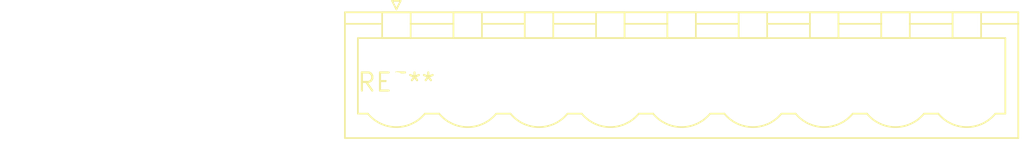
<source format=kicad_pcb>
(kicad_pcb (version 20240108) (generator pcbnew)
  (layers (0 "F.Cu" signal) (31 "B.Cu" signal) (34 "B.Paste" user) (35 "F.Paste" user) (36 "B.SilkS" user "B.Silkscreen") (37 "F.SilkS" user "F.Silkscreen") (38 "B.Mask" user) (39 "F.Mask" user) (44 "Edge.Cuts" user))
  (net 0 "")
  (footprint "PhoenixContact_MSTBVA_2,5_9-G_1x09_P5.00mm_Vertical" (layer "F.Cu") (at 0 0)
    (property "Reference" "REF**")
    (property "Value" "PhoenixContact_MSTBVA_2,5_9-G_1x09_P5.00mm_Vertical")
    (fp_line (start -3.61 -4.91) (end -3.61 3.91) (layer "F.SilkS") (stroke (width 0.12)))
    (fp_line (start -3.61 -4.1) (end -1.11 -4.1) (layer "F.SilkS") (stroke (width 0.12)))
    (fp_line (start -3.61 3.91) (end 43.61 3.91) (layer "F.SilkS") (stroke (width 0.12)))
    (fp_line (start -2.7 -3.1) (end 42.7 -3.1) (layer "F.SilkS") (stroke (width 0.12)))
    (fp_line (start -2.7 2.2) (end -2.7 -3.1) (layer "F.SilkS") (stroke (width 0.12)))
    (fp_line (start -2 2.2) (end -2.7 2.2) (layer "F.SilkS") (stroke (width 0.12)))
    (fp_line (start -1 -4.91) (end 1 -4.91) (layer "F.SilkS") (stroke (width 0.12)))
    (fp_line (start -1 -3.1) (end -1 -4.91) (layer "F.SilkS") (stroke (width 0.12)))
    (fp_line (start -0.3 -5.71) (end 0.3 -5.71) (layer "F.SilkS") (stroke (width 0.12)))
    (fp_line (start 0 -5.11) (end -0.3 -5.71) (layer "F.SilkS") (stroke (width 0.12)))
    (fp_line (start 0.3 -5.71) (end 0 -5.11) (layer "F.SilkS") (stroke (width 0.12)))
    (fp_line (start 1 -4.91) (end 1 -3.1) (layer "F.SilkS") (stroke (width 0.12)))
    (fp_line (start 1 -4.1) (end 4 -4.1) (layer "F.SilkS") (stroke (width 0.12)))
    (fp_line (start 1 -3.1) (end -1 -3.1) (layer "F.SilkS") (stroke (width 0.12)))
    (fp_line (start 2 2.2) (end 3 2.2) (layer "F.SilkS") (stroke (width 0.12)))
    (fp_line (start 4 -4.91) (end 6 -4.91) (layer "F.SilkS") (stroke (width 0.12)))
    (fp_line (start 4 -3.1) (end 4 -4.91) (layer "F.SilkS") (stroke (width 0.12)))
    (fp_line (start 6 -4.91) (end 6 -3.1) (layer "F.SilkS") (stroke (width 0.12)))
    (fp_line (start 6 -4.1) (end 9 -4.1) (layer "F.SilkS") (stroke (width 0.12)))
    (fp_line (start 6 -3.1) (end 4 -3.1) (layer "F.SilkS") (stroke (width 0.12)))
    (fp_line (start 7 2.2) (end 8 2.2) (layer "F.SilkS") (stroke (width 0.12)))
    (fp_line (start 9 -4.91) (end 11 -4.91) (layer "F.SilkS") (stroke (width 0.12)))
    (fp_line (start 9 -3.1) (end 9 -4.91) (layer "F.SilkS") (stroke (width 0.12)))
    (fp_line (start 11 -4.91) (end 11 -3.1) (layer "F.SilkS") (stroke (width 0.12)))
    (fp_line (start 11 -4.1) (end 14 -4.1) (layer "F.SilkS") (stroke (width 0.12)))
    (fp_line (start 11 -3.1) (end 9 -3.1) (layer "F.SilkS") (stroke (width 0.12)))
    (fp_line (start 12 2.2) (end 13 2.2) (layer "F.SilkS") (stroke (width 0.12)))
    (fp_line (start 14 -4.91) (end 16 -4.91) (layer "F.SilkS") (stroke (width 0.12)))
    (fp_line (start 14 -3.1) (end 14 -4.91) (layer "F.SilkS") (stroke (width 0.12)))
    (fp_line (start 16 -4.91) (end 16 -3.1) (layer "F.SilkS") (stroke (width 0.12)))
    (fp_line (start 16 -4.1) (end 19 -4.1) (layer "F.SilkS") (stroke (width 0.12)))
    (fp_line (start 16 -3.1) (end 14 -3.1) (layer "F.SilkS") (stroke (width 0.12)))
    (fp_line (start 17 2.2) (end 18 2.2) (layer "F.SilkS") (stroke (width 0.12)))
    (fp_line (start 19 -4.91) (end 21 -4.91) (layer "F.SilkS") (stroke (width 0.12)))
    (fp_line (start 19 -3.1) (end 19 -4.91) (layer "F.SilkS") (stroke (width 0.12)))
    (fp_line (start 21 -4.91) (end 21 -3.1) (layer "F.SilkS") (stroke (width 0.12)))
    (fp_line (start 21 -4.1) (end 24 -4.1) (layer "F.SilkS") (stroke (width 0.12)))
    (fp_line (start 21 -3.1) (end 19 -3.1) (layer "F.SilkS") (stroke (width 0.12)))
    (fp_line (start 22 2.2) (end 23 2.2) (layer "F.SilkS") (stroke (width 0.12)))
    (fp_line (start 24 -4.91) (end 26 -4.91) (layer "F.SilkS") (stroke (width 0.12)))
    (fp_line (start 24 -3.1) (end 24 -4.91) (layer "F.SilkS") (stroke (width 0.12)))
    (fp_line (start 26 -4.91) (end 26 -3.1) (layer "F.SilkS") (stroke (width 0.12)))
    (fp_line (start 26 -4.1) (end 29 -4.1) (layer "F.SilkS") (stroke (width 0.12)))
    (fp_line (start 26 -3.1) (end 24 -3.1) (layer "F.SilkS") (stroke (width 0.12)))
    (fp_line (start 27 2.2) (end 28 2.2) (layer "F.SilkS") (stroke (width 0.12)))
    (fp_line (start 29 -4.91) (end 31 -4.91) (layer "F.SilkS") (stroke (width 0.12)))
    (fp_line (start 29 -3.1) (end 29 -4.91) (layer "F.SilkS") (stroke (width 0.12)))
    (fp_line (start 31 -4.91) (end 31 -3.1) (layer "F.SilkS") (stroke (width 0.12)))
    (fp_line (start 31 -4.1) (end 34 -4.1) (layer "F.SilkS") (stroke (width 0.12)))
    (fp_line (start 31 -3.1) (end 29 -3.1) (layer "F.SilkS") (stroke (width 0.12)))
    (fp_line (start 32 2.2) (end 33 2.2) (layer "F.SilkS") (stroke (width 0.12)))
    (fp_line (start 34 -4.91) (end 36 -4.91) (layer "F.SilkS") (stroke (width 0.12)))
    (fp_line (start 34 -3.1) (end 34 -4.91) (layer "F.SilkS") (stroke (width 0.12)))
    (fp_line (start 36 -4.91) (end 36 -3.1) (layer "F.SilkS") (stroke (width 0.12)))
    (fp_line (start 36 -4.1) (end 39 -4.1) (layer "F.SilkS") (stroke (width 0.12)))
    (fp_line (start 36 -3.1) (end 34 -3.1) (layer "F.SilkS") (stroke (width 0.12)))
    (fp_line (start 37 2.2) (end 38 2.2) (layer "F.SilkS") (stroke (width 0.12)))
    (fp_line (start 39 -4.91) (end 41 -4.91) (layer "F.SilkS") (stroke (width 0.12)))
    (fp_line (start 39 -3.1) (end 39 -4.91) (layer "F.SilkS") (stroke (width 0.12)))
    (fp_line (start 41 -4.91) (end 41 -3.1) (layer "F.SilkS") (stroke (width 0.12)))
    (fp_line (start 41 -3.1) (end 39 -3.1) (layer "F.SilkS") (stroke (width 0.12)))
    (fp_line (start 42.7 -3.1) (end 42.7 2.2) (layer "F.SilkS") (stroke (width 0.12)))
    (fp_line (start 42.7 2.2) (end 42 2.2) (layer "F.SilkS") (stroke (width 0.12)))
    (fp_line (start 43.61 -4.91) (end -3.61 -4.91) (layer "F.SilkS") (stroke (width 0.12)))
    (fp_line (start 43.61 -4.1) (end 41.11 -4.1) (layer "F.SilkS") (stroke (width 0.12)))
    (fp_line (start 43.61 3.91) (end 43.61 -4.91) (layer "F.SilkS") (stroke (width 0.12)))
    (fp_arc (start 1.986842 2.215821) (mid -0.010289 3.142758) (end -2 2.2) (layer "F.SilkS") (stroke (width 0.12)))
    (fp_arc (start 6.986842 2.215821) (mid 4.989711 3.142758) (end 3 2.2) (layer "F.SilkS") (stroke (width 0.12)))
    (fp_arc (start 11.986842 2.215821) (mid 9.989711 3.142758) (end 8 2.2) (layer "F.SilkS") (stroke (width 0.12)))
    (fp_arc (start 16.986842 2.215821) (mid 14.989711 3.142758) (end 13 2.2) (layer "F.SilkS") (stroke (width 0.12)))
    (fp_arc (start 21.986842 2.215821) (mid 19.989711 3.142758) (end 18 2.2) (layer "F.SilkS") (stroke (width 0.12)))
    (fp_arc (start 26.986842 2.215821) (mid 24.989711 3.142758) (end 23 2.2) (layer "F.SilkS") (stroke (width 0.12)))
    (fp_arc (start 31.986842 2.215821) (mid 29.989711 3.142758) (end 28 2.2) (layer "F.SilkS") (stroke (width 0.12)))
    (fp_arc (start 36.986842 2.215821) (mid 34.989711 3.142758) (end 33 2.2) (layer "F.SilkS") (stroke (width 0.12)))
    (fp_arc (start 41.986842 2.215821) (mid 39.989711 3.142758) (end 38 2.2) (layer "F.SilkS") (stroke (width 0.12)))
    (pad "1" thru_hole roundrect (at 0 0) (size 2 3.6) (drill 1.4) (layers *.Cu *.Mask) (remove_unused_layers) (roundrect_rratio 0.125))
    (pad "2" thru_hole oval (at 5 0) (size 2 3.6) (drill 1.4) (layers *.Cu *.Mask) (remove_unused_layers))
    (pad "3" thru_hole oval (at 10 0) (size 2 3.6) (drill 1.4) (layers *.Cu *.Mask) (remove_unused_layers))
    (pad "4" thru_hole oval (at 15 0) (size 2 3.6) (drill 1.4) (layers *.Cu *.Mask) (remove_unused_layers))
    (pad "5" thru_hole oval (at 20 0) (size 2 3.6) (drill 1.4) (layers *.Cu *.Mask) (remove_unused_layers))
    (pad "6" thru_hole oval (at 25 0) (size 2 3.6) (drill 1.4) (layers *.Cu *.Mask) (remove_unused_layers))
    (pad "7" thru_hole oval (at 30 0) (size 2 3.6) (drill 1.4) (layers *.Cu *.Mask) (remove_unused_layers))
    (pad "8" thru_hole oval (at 35 0) (size 2 3.6) (drill 1.4) (layers *.Cu *.Mask) (remove_unused_layers))
    (pad "9" thru_hole oval (at 40 0) (size 2 3.6) (drill 1.4) (layers *.Cu *.Mask) (remove_unused_layers))
  )
)
</source>
